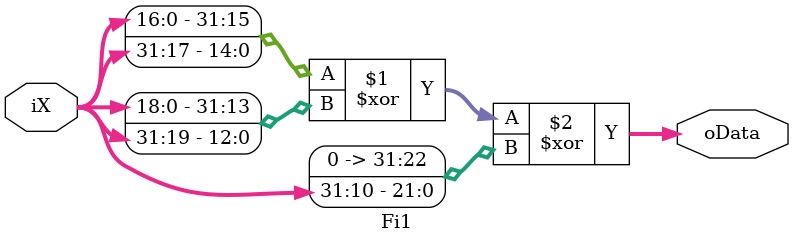
<source format=v>
module Fi1(
		input 			[31:0]iX,
		output			[31:0]oData
		);
		
	assign oData = {iX[16:0],iX[31:17]} ^ {iX[18:0], iX[31:19]} ^ {10'd0,iX[31:10]};
	
endmodule


</source>
